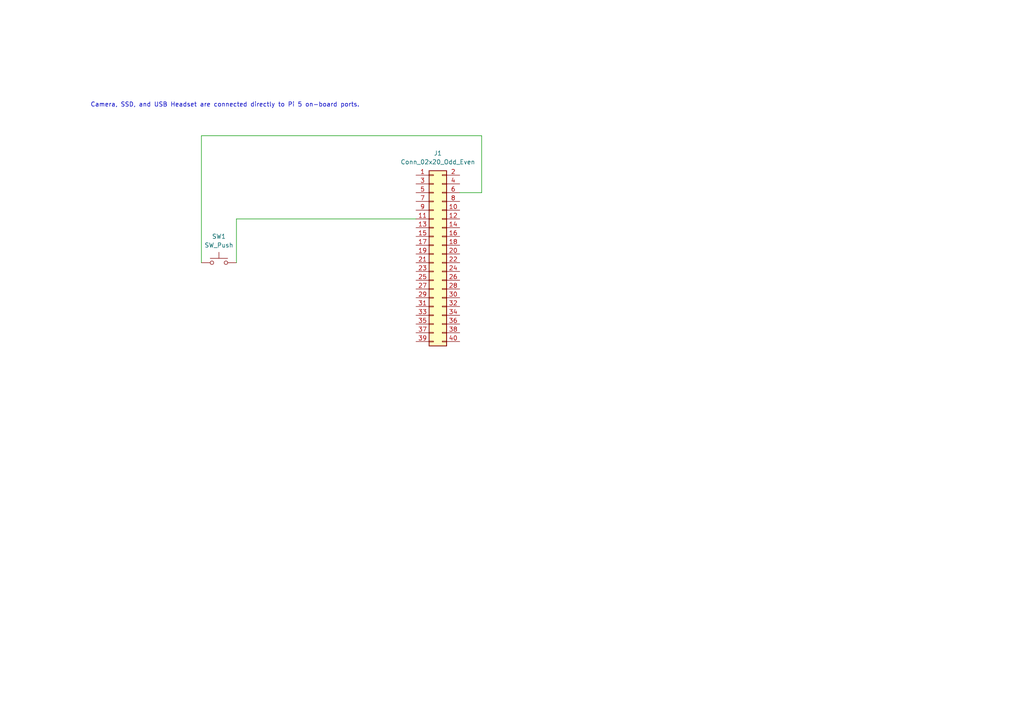
<source format=kicad_sch>
(kicad_sch
	(version 20250114)
	(generator "eeschema")
	(generator_version "9.0")
	(uuid "6bbbcde3-1991-4698-a159-722e0266acef")
	(paper "A4")
	(lib_symbols
		(symbol "Connector_Generic:Conn_02x20_Odd_Even"
			(pin_names
				(offset 1.016)
				(hide yes)
			)
			(exclude_from_sim no)
			(in_bom yes)
			(on_board yes)
			(property "Reference" "J"
				(at 1.27 25.4 0)
				(effects
					(font
						(size 1.27 1.27)
					)
				)
			)
			(property "Value" "Conn_02x20_Odd_Even"
				(at 1.27 -27.94 0)
				(effects
					(font
						(size 1.27 1.27)
					)
				)
			)
			(property "Footprint" ""
				(at 0 0 0)
				(effects
					(font
						(size 1.27 1.27)
					)
					(hide yes)
				)
			)
			(property "Datasheet" "~"
				(at 0 0 0)
				(effects
					(font
						(size 1.27 1.27)
					)
					(hide yes)
				)
			)
			(property "Description" "Generic connector, double row, 02x20, odd/even pin numbering scheme (row 1 odd numbers, row 2 even numbers), script generated (kicad-library-utils/schlib/autogen/connector/)"
				(at 0 0 0)
				(effects
					(font
						(size 1.27 1.27)
					)
					(hide yes)
				)
			)
			(property "ki_keywords" "connector"
				(at 0 0 0)
				(effects
					(font
						(size 1.27 1.27)
					)
					(hide yes)
				)
			)
			(property "ki_fp_filters" "Connector*:*_2x??_*"
				(at 0 0 0)
				(effects
					(font
						(size 1.27 1.27)
					)
					(hide yes)
				)
			)
			(symbol "Conn_02x20_Odd_Even_1_1"
				(rectangle
					(start -1.27 24.13)
					(end 3.81 -26.67)
					(stroke
						(width 0.254)
						(type default)
					)
					(fill
						(type background)
					)
				)
				(rectangle
					(start -1.27 22.987)
					(end 0 22.733)
					(stroke
						(width 0.1524)
						(type default)
					)
					(fill
						(type none)
					)
				)
				(rectangle
					(start -1.27 20.447)
					(end 0 20.193)
					(stroke
						(width 0.1524)
						(type default)
					)
					(fill
						(type none)
					)
				)
				(rectangle
					(start -1.27 17.907)
					(end 0 17.653)
					(stroke
						(width 0.1524)
						(type default)
					)
					(fill
						(type none)
					)
				)
				(rectangle
					(start -1.27 15.367)
					(end 0 15.113)
					(stroke
						(width 0.1524)
						(type default)
					)
					(fill
						(type none)
					)
				)
				(rectangle
					(start -1.27 12.827)
					(end 0 12.573)
					(stroke
						(width 0.1524)
						(type default)
					)
					(fill
						(type none)
					)
				)
				(rectangle
					(start -1.27 10.287)
					(end 0 10.033)
					(stroke
						(width 0.1524)
						(type default)
					)
					(fill
						(type none)
					)
				)
				(rectangle
					(start -1.27 7.747)
					(end 0 7.493)
					(stroke
						(width 0.1524)
						(type default)
					)
					(fill
						(type none)
					)
				)
				(rectangle
					(start -1.27 5.207)
					(end 0 4.953)
					(stroke
						(width 0.1524)
						(type default)
					)
					(fill
						(type none)
					)
				)
				(rectangle
					(start -1.27 2.667)
					(end 0 2.413)
					(stroke
						(width 0.1524)
						(type default)
					)
					(fill
						(type none)
					)
				)
				(rectangle
					(start -1.27 0.127)
					(end 0 -0.127)
					(stroke
						(width 0.1524)
						(type default)
					)
					(fill
						(type none)
					)
				)
				(rectangle
					(start -1.27 -2.413)
					(end 0 -2.667)
					(stroke
						(width 0.1524)
						(type default)
					)
					(fill
						(type none)
					)
				)
				(rectangle
					(start -1.27 -4.953)
					(end 0 -5.207)
					(stroke
						(width 0.1524)
						(type default)
					)
					(fill
						(type none)
					)
				)
				(rectangle
					(start -1.27 -7.493)
					(end 0 -7.747)
					(stroke
						(width 0.1524)
						(type default)
					)
					(fill
						(type none)
					)
				)
				(rectangle
					(start -1.27 -10.033)
					(end 0 -10.287)
					(stroke
						(width 0.1524)
						(type default)
					)
					(fill
						(type none)
					)
				)
				(rectangle
					(start -1.27 -12.573)
					(end 0 -12.827)
					(stroke
						(width 0.1524)
						(type default)
					)
					(fill
						(type none)
					)
				)
				(rectangle
					(start -1.27 -15.113)
					(end 0 -15.367)
					(stroke
						(width 0.1524)
						(type default)
					)
					(fill
						(type none)
					)
				)
				(rectangle
					(start -1.27 -17.653)
					(end 0 -17.907)
					(stroke
						(width 0.1524)
						(type default)
					)
					(fill
						(type none)
					)
				)
				(rectangle
					(start -1.27 -20.193)
					(end 0 -20.447)
					(stroke
						(width 0.1524)
						(type default)
					)
					(fill
						(type none)
					)
				)
				(rectangle
					(start -1.27 -22.733)
					(end 0 -22.987)
					(stroke
						(width 0.1524)
						(type default)
					)
					(fill
						(type none)
					)
				)
				(rectangle
					(start -1.27 -25.273)
					(end 0 -25.527)
					(stroke
						(width 0.1524)
						(type default)
					)
					(fill
						(type none)
					)
				)
				(rectangle
					(start 3.81 22.987)
					(end 2.54 22.733)
					(stroke
						(width 0.1524)
						(type default)
					)
					(fill
						(type none)
					)
				)
				(rectangle
					(start 3.81 20.447)
					(end 2.54 20.193)
					(stroke
						(width 0.1524)
						(type default)
					)
					(fill
						(type none)
					)
				)
				(rectangle
					(start 3.81 17.907)
					(end 2.54 17.653)
					(stroke
						(width 0.1524)
						(type default)
					)
					(fill
						(type none)
					)
				)
				(rectangle
					(start 3.81 15.367)
					(end 2.54 15.113)
					(stroke
						(width 0.1524)
						(type default)
					)
					(fill
						(type none)
					)
				)
				(rectangle
					(start 3.81 12.827)
					(end 2.54 12.573)
					(stroke
						(width 0.1524)
						(type default)
					)
					(fill
						(type none)
					)
				)
				(rectangle
					(start 3.81 10.287)
					(end 2.54 10.033)
					(stroke
						(width 0.1524)
						(type default)
					)
					(fill
						(type none)
					)
				)
				(rectangle
					(start 3.81 7.747)
					(end 2.54 7.493)
					(stroke
						(width 0.1524)
						(type default)
					)
					(fill
						(type none)
					)
				)
				(rectangle
					(start 3.81 5.207)
					(end 2.54 4.953)
					(stroke
						(width 0.1524)
						(type default)
					)
					(fill
						(type none)
					)
				)
				(rectangle
					(start 3.81 2.667)
					(end 2.54 2.413)
					(stroke
						(width 0.1524)
						(type default)
					)
					(fill
						(type none)
					)
				)
				(rectangle
					(start 3.81 0.127)
					(end 2.54 -0.127)
					(stroke
						(width 0.1524)
						(type default)
					)
					(fill
						(type none)
					)
				)
				(rectangle
					(start 3.81 -2.413)
					(end 2.54 -2.667)
					(stroke
						(width 0.1524)
						(type default)
					)
					(fill
						(type none)
					)
				)
				(rectangle
					(start 3.81 -4.953)
					(end 2.54 -5.207)
					(stroke
						(width 0.1524)
						(type default)
					)
					(fill
						(type none)
					)
				)
				(rectangle
					(start 3.81 -7.493)
					(end 2.54 -7.747)
					(stroke
						(width 0.1524)
						(type default)
					)
					(fill
						(type none)
					)
				)
				(rectangle
					(start 3.81 -10.033)
					(end 2.54 -10.287)
					(stroke
						(width 0.1524)
						(type default)
					)
					(fill
						(type none)
					)
				)
				(rectangle
					(start 3.81 -12.573)
					(end 2.54 -12.827)
					(stroke
						(width 0.1524)
						(type default)
					)
					(fill
						(type none)
					)
				)
				(rectangle
					(start 3.81 -15.113)
					(end 2.54 -15.367)
					(stroke
						(width 0.1524)
						(type default)
					)
					(fill
						(type none)
					)
				)
				(rectangle
					(start 3.81 -17.653)
					(end 2.54 -17.907)
					(stroke
						(width 0.1524)
						(type default)
					)
					(fill
						(type none)
					)
				)
				(rectangle
					(start 3.81 -20.193)
					(end 2.54 -20.447)
					(stroke
						(width 0.1524)
						(type default)
					)
					(fill
						(type none)
					)
				)
				(rectangle
					(start 3.81 -22.733)
					(end 2.54 -22.987)
					(stroke
						(width 0.1524)
						(type default)
					)
					(fill
						(type none)
					)
				)
				(rectangle
					(start 3.81 -25.273)
					(end 2.54 -25.527)
					(stroke
						(width 0.1524)
						(type default)
					)
					(fill
						(type none)
					)
				)
				(pin passive line
					(at -5.08 22.86 0)
					(length 3.81)
					(name "Pin_1"
						(effects
							(font
								(size 1.27 1.27)
							)
						)
					)
					(number "1"
						(effects
							(font
								(size 1.27 1.27)
							)
						)
					)
				)
				(pin passive line
					(at -5.08 20.32 0)
					(length 3.81)
					(name "Pin_3"
						(effects
							(font
								(size 1.27 1.27)
							)
						)
					)
					(number "3"
						(effects
							(font
								(size 1.27 1.27)
							)
						)
					)
				)
				(pin passive line
					(at -5.08 17.78 0)
					(length 3.81)
					(name "Pin_5"
						(effects
							(font
								(size 1.27 1.27)
							)
						)
					)
					(number "5"
						(effects
							(font
								(size 1.27 1.27)
							)
						)
					)
				)
				(pin passive line
					(at -5.08 15.24 0)
					(length 3.81)
					(name "Pin_7"
						(effects
							(font
								(size 1.27 1.27)
							)
						)
					)
					(number "7"
						(effects
							(font
								(size 1.27 1.27)
							)
						)
					)
				)
				(pin passive line
					(at -5.08 12.7 0)
					(length 3.81)
					(name "Pin_9"
						(effects
							(font
								(size 1.27 1.27)
							)
						)
					)
					(number "9"
						(effects
							(font
								(size 1.27 1.27)
							)
						)
					)
				)
				(pin passive line
					(at -5.08 10.16 0)
					(length 3.81)
					(name "Pin_11"
						(effects
							(font
								(size 1.27 1.27)
							)
						)
					)
					(number "11"
						(effects
							(font
								(size 1.27 1.27)
							)
						)
					)
				)
				(pin passive line
					(at -5.08 7.62 0)
					(length 3.81)
					(name "Pin_13"
						(effects
							(font
								(size 1.27 1.27)
							)
						)
					)
					(number "13"
						(effects
							(font
								(size 1.27 1.27)
							)
						)
					)
				)
				(pin passive line
					(at -5.08 5.08 0)
					(length 3.81)
					(name "Pin_15"
						(effects
							(font
								(size 1.27 1.27)
							)
						)
					)
					(number "15"
						(effects
							(font
								(size 1.27 1.27)
							)
						)
					)
				)
				(pin passive line
					(at -5.08 2.54 0)
					(length 3.81)
					(name "Pin_17"
						(effects
							(font
								(size 1.27 1.27)
							)
						)
					)
					(number "17"
						(effects
							(font
								(size 1.27 1.27)
							)
						)
					)
				)
				(pin passive line
					(at -5.08 0 0)
					(length 3.81)
					(name "Pin_19"
						(effects
							(font
								(size 1.27 1.27)
							)
						)
					)
					(number "19"
						(effects
							(font
								(size 1.27 1.27)
							)
						)
					)
				)
				(pin passive line
					(at -5.08 -2.54 0)
					(length 3.81)
					(name "Pin_21"
						(effects
							(font
								(size 1.27 1.27)
							)
						)
					)
					(number "21"
						(effects
							(font
								(size 1.27 1.27)
							)
						)
					)
				)
				(pin passive line
					(at -5.08 -5.08 0)
					(length 3.81)
					(name "Pin_23"
						(effects
							(font
								(size 1.27 1.27)
							)
						)
					)
					(number "23"
						(effects
							(font
								(size 1.27 1.27)
							)
						)
					)
				)
				(pin passive line
					(at -5.08 -7.62 0)
					(length 3.81)
					(name "Pin_25"
						(effects
							(font
								(size 1.27 1.27)
							)
						)
					)
					(number "25"
						(effects
							(font
								(size 1.27 1.27)
							)
						)
					)
				)
				(pin passive line
					(at -5.08 -10.16 0)
					(length 3.81)
					(name "Pin_27"
						(effects
							(font
								(size 1.27 1.27)
							)
						)
					)
					(number "27"
						(effects
							(font
								(size 1.27 1.27)
							)
						)
					)
				)
				(pin passive line
					(at -5.08 -12.7 0)
					(length 3.81)
					(name "Pin_29"
						(effects
							(font
								(size 1.27 1.27)
							)
						)
					)
					(number "29"
						(effects
							(font
								(size 1.27 1.27)
							)
						)
					)
				)
				(pin passive line
					(at -5.08 -15.24 0)
					(length 3.81)
					(name "Pin_31"
						(effects
							(font
								(size 1.27 1.27)
							)
						)
					)
					(number "31"
						(effects
							(font
								(size 1.27 1.27)
							)
						)
					)
				)
				(pin passive line
					(at -5.08 -17.78 0)
					(length 3.81)
					(name "Pin_33"
						(effects
							(font
								(size 1.27 1.27)
							)
						)
					)
					(number "33"
						(effects
							(font
								(size 1.27 1.27)
							)
						)
					)
				)
				(pin passive line
					(at -5.08 -20.32 0)
					(length 3.81)
					(name "Pin_35"
						(effects
							(font
								(size 1.27 1.27)
							)
						)
					)
					(number "35"
						(effects
							(font
								(size 1.27 1.27)
							)
						)
					)
				)
				(pin passive line
					(at -5.08 -22.86 0)
					(length 3.81)
					(name "Pin_37"
						(effects
							(font
								(size 1.27 1.27)
							)
						)
					)
					(number "37"
						(effects
							(font
								(size 1.27 1.27)
							)
						)
					)
				)
				(pin passive line
					(at -5.08 -25.4 0)
					(length 3.81)
					(name "Pin_39"
						(effects
							(font
								(size 1.27 1.27)
							)
						)
					)
					(number "39"
						(effects
							(font
								(size 1.27 1.27)
							)
						)
					)
				)
				(pin passive line
					(at 7.62 22.86 180)
					(length 3.81)
					(name "Pin_2"
						(effects
							(font
								(size 1.27 1.27)
							)
						)
					)
					(number "2"
						(effects
							(font
								(size 1.27 1.27)
							)
						)
					)
				)
				(pin passive line
					(at 7.62 20.32 180)
					(length 3.81)
					(name "Pin_4"
						(effects
							(font
								(size 1.27 1.27)
							)
						)
					)
					(number "4"
						(effects
							(font
								(size 1.27 1.27)
							)
						)
					)
				)
				(pin passive line
					(at 7.62 17.78 180)
					(length 3.81)
					(name "Pin_6"
						(effects
							(font
								(size 1.27 1.27)
							)
						)
					)
					(number "6"
						(effects
							(font
								(size 1.27 1.27)
							)
						)
					)
				)
				(pin passive line
					(at 7.62 15.24 180)
					(length 3.81)
					(name "Pin_8"
						(effects
							(font
								(size 1.27 1.27)
							)
						)
					)
					(number "8"
						(effects
							(font
								(size 1.27 1.27)
							)
						)
					)
				)
				(pin passive line
					(at 7.62 12.7 180)
					(length 3.81)
					(name "Pin_10"
						(effects
							(font
								(size 1.27 1.27)
							)
						)
					)
					(number "10"
						(effects
							(font
								(size 1.27 1.27)
							)
						)
					)
				)
				(pin passive line
					(at 7.62 10.16 180)
					(length 3.81)
					(name "Pin_12"
						(effects
							(font
								(size 1.27 1.27)
							)
						)
					)
					(number "12"
						(effects
							(font
								(size 1.27 1.27)
							)
						)
					)
				)
				(pin passive line
					(at 7.62 7.62 180)
					(length 3.81)
					(name "Pin_14"
						(effects
							(font
								(size 1.27 1.27)
							)
						)
					)
					(number "14"
						(effects
							(font
								(size 1.27 1.27)
							)
						)
					)
				)
				(pin passive line
					(at 7.62 5.08 180)
					(length 3.81)
					(name "Pin_16"
						(effects
							(font
								(size 1.27 1.27)
							)
						)
					)
					(number "16"
						(effects
							(font
								(size 1.27 1.27)
							)
						)
					)
				)
				(pin passive line
					(at 7.62 2.54 180)
					(length 3.81)
					(name "Pin_18"
						(effects
							(font
								(size 1.27 1.27)
							)
						)
					)
					(number "18"
						(effects
							(font
								(size 1.27 1.27)
							)
						)
					)
				)
				(pin passive line
					(at 7.62 0 180)
					(length 3.81)
					(name "Pin_20"
						(effects
							(font
								(size 1.27 1.27)
							)
						)
					)
					(number "20"
						(effects
							(font
								(size 1.27 1.27)
							)
						)
					)
				)
				(pin passive line
					(at 7.62 -2.54 180)
					(length 3.81)
					(name "Pin_22"
						(effects
							(font
								(size 1.27 1.27)
							)
						)
					)
					(number "22"
						(effects
							(font
								(size 1.27 1.27)
							)
						)
					)
				)
				(pin passive line
					(at 7.62 -5.08 180)
					(length 3.81)
					(name "Pin_24"
						(effects
							(font
								(size 1.27 1.27)
							)
						)
					)
					(number "24"
						(effects
							(font
								(size 1.27 1.27)
							)
						)
					)
				)
				(pin passive line
					(at 7.62 -7.62 180)
					(length 3.81)
					(name "Pin_26"
						(effects
							(font
								(size 1.27 1.27)
							)
						)
					)
					(number "26"
						(effects
							(font
								(size 1.27 1.27)
							)
						)
					)
				)
				(pin passive line
					(at 7.62 -10.16 180)
					(length 3.81)
					(name "Pin_28"
						(effects
							(font
								(size 1.27 1.27)
							)
						)
					)
					(number "28"
						(effects
							(font
								(size 1.27 1.27)
							)
						)
					)
				)
				(pin passive line
					(at 7.62 -12.7 180)
					(length 3.81)
					(name "Pin_30"
						(effects
							(font
								(size 1.27 1.27)
							)
						)
					)
					(number "30"
						(effects
							(font
								(size 1.27 1.27)
							)
						)
					)
				)
				(pin passive line
					(at 7.62 -15.24 180)
					(length 3.81)
					(name "Pin_32"
						(effects
							(font
								(size 1.27 1.27)
							)
						)
					)
					(number "32"
						(effects
							(font
								(size 1.27 1.27)
							)
						)
					)
				)
				(pin passive line
					(at 7.62 -17.78 180)
					(length 3.81)
					(name "Pin_34"
						(effects
							(font
								(size 1.27 1.27)
							)
						)
					)
					(number "34"
						(effects
							(font
								(size 1.27 1.27)
							)
						)
					)
				)
				(pin passive line
					(at 7.62 -20.32 180)
					(length 3.81)
					(name "Pin_36"
						(effects
							(font
								(size 1.27 1.27)
							)
						)
					)
					(number "36"
						(effects
							(font
								(size 1.27 1.27)
							)
						)
					)
				)
				(pin passive line
					(at 7.62 -22.86 180)
					(length 3.81)
					(name "Pin_38"
						(effects
							(font
								(size 1.27 1.27)
							)
						)
					)
					(number "38"
						(effects
							(font
								(size 1.27 1.27)
							)
						)
					)
				)
				(pin passive line
					(at 7.62 -25.4 180)
					(length 3.81)
					(name "Pin_40"
						(effects
							(font
								(size 1.27 1.27)
							)
						)
					)
					(number "40"
						(effects
							(font
								(size 1.27 1.27)
							)
						)
					)
				)
			)
			(embedded_fonts no)
		)
		(symbol "Switch:SW_Push"
			(pin_numbers
				(hide yes)
			)
			(pin_names
				(offset 1.016)
				(hide yes)
			)
			(exclude_from_sim no)
			(in_bom yes)
			(on_board yes)
			(property "Reference" "SW"
				(at 1.27 2.54 0)
				(effects
					(font
						(size 1.27 1.27)
					)
					(justify left)
				)
			)
			(property "Value" "SW_Push"
				(at 0 -1.524 0)
				(effects
					(font
						(size 1.27 1.27)
					)
				)
			)
			(property "Footprint" ""
				(at 0 5.08 0)
				(effects
					(font
						(size 1.27 1.27)
					)
					(hide yes)
				)
			)
			(property "Datasheet" "~"
				(at 0 5.08 0)
				(effects
					(font
						(size 1.27 1.27)
					)
					(hide yes)
				)
			)
			(property "Description" "Push button switch, generic, two pins"
				(at 0 0 0)
				(effects
					(font
						(size 1.27 1.27)
					)
					(hide yes)
				)
			)
			(property "ki_keywords" "switch normally-open pushbutton push-button"
				(at 0 0 0)
				(effects
					(font
						(size 1.27 1.27)
					)
					(hide yes)
				)
			)
			(symbol "SW_Push_0_1"
				(circle
					(center -2.032 0)
					(radius 0.508)
					(stroke
						(width 0)
						(type default)
					)
					(fill
						(type none)
					)
				)
				(polyline
					(pts
						(xy 0 1.27) (xy 0 3.048)
					)
					(stroke
						(width 0)
						(type default)
					)
					(fill
						(type none)
					)
				)
				(circle
					(center 2.032 0)
					(radius 0.508)
					(stroke
						(width 0)
						(type default)
					)
					(fill
						(type none)
					)
				)
				(polyline
					(pts
						(xy 2.54 1.27) (xy -2.54 1.27)
					)
					(stroke
						(width 0)
						(type default)
					)
					(fill
						(type none)
					)
				)
				(pin passive line
					(at -5.08 0 0)
					(length 2.54)
					(name "1"
						(effects
							(font
								(size 1.27 1.27)
							)
						)
					)
					(number "1"
						(effects
							(font
								(size 1.27 1.27)
							)
						)
					)
				)
				(pin passive line
					(at 5.08 0 180)
					(length 2.54)
					(name "2"
						(effects
							(font
								(size 1.27 1.27)
							)
						)
					)
					(number "2"
						(effects
							(font
								(size 1.27 1.27)
							)
						)
					)
				)
			)
			(embedded_fonts no)
		)
	)
	(text "Camera, SSD, and USB Headset are connected directly to Pi 5 on-board ports."
		(exclude_from_sim no)
		(at 65.278 30.48 0)
		(effects
			(font
				(size 1.27 1.27)
			)
		)
		(uuid "634616a8-ae7a-4293-bcf4-5b0f23c9848f")
	)
	(wire
		(pts
			(xy 58.42 39.37) (xy 139.7 39.37)
		)
		(stroke
			(width 0)
			(type default)
		)
		(uuid "1793d395-d076-4225-a2db-72722e29cea4")
	)
	(wire
		(pts
			(xy 139.7 39.37) (xy 139.7 55.88)
		)
		(stroke
			(width 0)
			(type default)
		)
		(uuid "1d404203-092a-4a3a-bab9-8ec63f1e10aa")
	)
	(wire
		(pts
			(xy 68.58 63.5) (xy 120.65 63.5)
		)
		(stroke
			(width 0)
			(type default)
		)
		(uuid "4d1a59e6-511a-42ee-8890-0eb589f7f9e3")
	)
	(wire
		(pts
			(xy 139.7 55.88) (xy 133.35 55.88)
		)
		(stroke
			(width 0)
			(type default)
		)
		(uuid "bdf8dddc-eb0c-4fa3-9b5f-b07d9a6cfce5")
	)
	(wire
		(pts
			(xy 58.42 76.2) (xy 58.42 39.37)
		)
		(stroke
			(width 0)
			(type default)
		)
		(uuid "ca66b079-317c-4d22-acb1-264438c0d3d8")
	)
	(wire
		(pts
			(xy 68.58 76.2) (xy 68.58 63.5)
		)
		(stroke
			(width 0)
			(type default)
		)
		(uuid "d5cebfd4-3e8c-4be7-93f2-d9b6cec7442b")
	)
	(symbol
		(lib_id "Switch:SW_Push")
		(at 63.5 76.2 0)
		(unit 1)
		(exclude_from_sim no)
		(in_bom yes)
		(on_board yes)
		(dnp no)
		(uuid "4b6f20b1-ea23-4f88-9494-cbff85f7931c")
		(property "Reference" "SW1"
			(at 63.5 68.58 0)
			(effects
				(font
					(size 1.27 1.27)
				)
			)
		)
		(property "Value" "SW_Push"
			(at 63.5 71.12 0)
			(effects
				(font
					(size 1.27 1.27)
				)
			)
		)
		(property "Footprint" "Button_Switch_THT:SW_PUSH_6mm"
			(at 63.5 71.12 0)
			(effects
				(font
					(size 1.27 1.27)
				)
				(hide yes)
			)
		)
		(property "Datasheet" "~"
			(at 63.5 71.12 0)
			(effects
				(font
					(size 1.27 1.27)
				)
				(hide yes)
			)
		)
		(property "Description" "Push button switch, generic, two pins"
			(at 63.5 76.2 0)
			(effects
				(font
					(size 1.27 1.27)
				)
				(hide yes)
			)
		)
		(pin "2"
			(uuid "7d60f01b-c978-495c-ac17-4c0ce2c4f942")
		)
		(pin "1"
			(uuid "52187b6d-e3b3-43bc-831a-d77d82875eea")
		)
		(instances
			(project ""
				(path "/6bbbcde3-1991-4698-a159-722e0266acef"
					(reference "SW1")
					(unit 1)
				)
			)
		)
	)
	(symbol
		(lib_id "Connector_Generic:Conn_02x20_Odd_Even")
		(at 125.73 73.66 0)
		(unit 1)
		(exclude_from_sim no)
		(in_bom yes)
		(on_board yes)
		(dnp no)
		(fields_autoplaced yes)
		(uuid "665d6091-7f66-46ce-a08e-44c9bb239191")
		(property "Reference" "J1"
			(at 127 44.45 0)
			(effects
				(font
					(size 1.27 1.27)
				)
			)
		)
		(property "Value" "Conn_02x20_Odd_Even"
			(at 127 46.99 0)
			(effects
				(font
					(size 1.27 1.27)
				)
			)
		)
		(property "Footprint" "Connector_PinHeader_2.54mm:PinHeader_2x20_P2.54mm_Vertical"
			(at 125.73 73.66 0)
			(effects
				(font
					(size 1.27 1.27)
				)
				(hide yes)
			)
		)
		(property "Datasheet" "~"
			(at 125.73 73.66 0)
			(effects
				(font
					(size 1.27 1.27)
				)
				(hide yes)
			)
		)
		(property "Description" "Generic connector, double row, 02x20, odd/even pin numbering scheme (row 1 odd numbers, row 2 even numbers), script generated (kicad-library-utils/schlib/autogen/connector/)"
			(at 125.73 73.66 0)
			(effects
				(font
					(size 1.27 1.27)
				)
				(hide yes)
			)
		)
		(pin "1"
			(uuid "45f4128a-634f-4b3e-ba30-c79a27251e12")
		)
		(pin "3"
			(uuid "13212876-f3bb-4461-952a-01b84e684616")
		)
		(pin "5"
			(uuid "9b7bc452-c9d8-4f2c-bced-4c03f718cf5e")
		)
		(pin "7"
			(uuid "84bfc1a9-0899-42ed-9c94-f831eafe3b6f")
		)
		(pin "11"
			(uuid "ab23f043-583b-48c1-a9cf-a87818b20fc5")
		)
		(pin "13"
			(uuid "68a7bf5b-881f-4b7c-a4ef-65fa4d908b3f")
		)
		(pin "15"
			(uuid "fecb209c-2a72-4d26-aa42-0a1e19f2c239")
		)
		(pin "17"
			(uuid "1e74886b-5275-4efc-a416-d0e5d82a234c")
		)
		(pin "19"
			(uuid "ed40107d-e5e2-4f29-bb72-ecbd8938fb71")
		)
		(pin "9"
			(uuid "857e8371-18cf-428a-9b57-cefcc41797f2")
		)
		(pin "21"
			(uuid "7a44691c-ebb1-4d9c-a67d-466a0d1a8fbd")
		)
		(pin "22"
			(uuid "b3ae5b7e-a36f-4ff1-8a1e-e25f4dbddf31")
		)
		(pin "12"
			(uuid "a0f055c9-cfdb-4a5e-b907-2cb28c383015")
		)
		(pin "32"
			(uuid "2ced8fae-9da3-426a-b350-f067f6181fed")
		)
		(pin "36"
			(uuid "fcac2cc4-d5c8-4319-9e25-fcb13774a07b")
		)
		(pin "40"
			(uuid "5175e208-d7ef-4f21-b78b-1588250eb9a3")
		)
		(pin "16"
			(uuid "0e4e0d59-ef86-4ba9-9505-4a851c085621")
		)
		(pin "25"
			(uuid "cbb3fe6a-f12f-4220-8d11-2728151fe232")
		)
		(pin "35"
			(uuid "ecee0b12-9989-4240-87db-ade4c218d2df")
		)
		(pin "4"
			(uuid "6ccb305f-d335-4b17-9609-5d64ee922f1a")
		)
		(pin "33"
			(uuid "96faf560-5eba-4c3a-b6b1-a0b29f0ea2cc")
		)
		(pin "6"
			(uuid "358668a1-8ff9-4b44-84e0-8534f9def762")
		)
		(pin "8"
			(uuid "f2550644-9850-4b2f-acb6-24db76066843")
		)
		(pin "14"
			(uuid "8f65477b-4a27-452e-a8a3-238524cd39fe")
		)
		(pin "18"
			(uuid "80e2e16d-b5de-4967-b604-dcf63e1607b8")
		)
		(pin "26"
			(uuid "d5bc08d3-e51d-40db-8dd3-b3fc3daf7c4d")
		)
		(pin "28"
			(uuid "b4427a91-c69b-421c-9d5f-0b88dc5494b0")
		)
		(pin "27"
			(uuid "860de247-c077-42a7-b0dd-7b6e845c7814")
		)
		(pin "39"
			(uuid "4418f65f-db26-4395-b48c-13ccfd8e7d54")
		)
		(pin "37"
			(uuid "d064c791-a87c-44cb-bb32-cb6f28fa28d4")
		)
		(pin "23"
			(uuid "24e86fc9-0d7d-4355-9a85-6ec30107375a")
		)
		(pin "2"
			(uuid "3ba71453-3349-49fb-8eed-c43f841cbc77")
		)
		(pin "29"
			(uuid "48358727-cd3f-4f82-ac89-3161f1e2c56a")
		)
		(pin "10"
			(uuid "837cec14-8757-41e8-8cdc-96cd0089c477")
		)
		(pin "20"
			(uuid "274627dc-0b8b-40e9-9e6b-11329699a19c")
		)
		(pin "31"
			(uuid "765f4328-373e-462c-a933-d7fba252cb7c")
		)
		(pin "24"
			(uuid "c8868de8-db6a-4a55-af9b-676fdaf95f21")
		)
		(pin "30"
			(uuid "483a5767-346c-4a0b-8f7e-75f2b84e79ab")
		)
		(pin "34"
			(uuid "a896606f-38b9-43d8-9356-74038fa240c0")
		)
		(pin "38"
			(uuid "c6253fc6-bb56-4644-9bf1-2c9cd5dc6b27")
		)
		(instances
			(project ""
				(path "/6bbbcde3-1991-4698-a159-722e0266acef"
					(reference "J1")
					(unit 1)
				)
			)
		)
	)
	(sheet_instances
		(path "/"
			(page "1")
		)
	)
	(embedded_fonts no)
)

</source>
